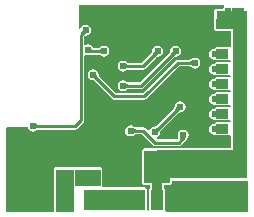
<source format=gbl>
G04 Layer_Physical_Order=2*
G04 Layer_Color=16711680*
%FSLAX25Y25*%
%MOIN*%
G70*
G01*
G75*
%ADD17C,0.07874*%
%ADD18R,0.06299X0.05512*%
%ADD19C,0.01000*%
%ADD20C,0.02000*%
%ADD31C,0.02400*%
%ADD32R,0.03937X0.03201*%
%ADD33R,0.03150X0.03150*%
%ADD34R,0.04000X0.07000*%
%ADD35R,0.08661X0.11024*%
%ADD36R,0.08600X0.05800*%
%ADD37R,0.06400X0.14200*%
%ADD38R,0.30470X0.09440*%
%ADD39R,0.03500X0.05000*%
%ADD40R,0.20000X0.07048*%
%ADD41R,0.09000X0.06000*%
%ADD42R,0.14970X0.19049*%
%ADD43R,0.04910X0.55300*%
G36*
X32676Y53670D02*
X32607Y53735D01*
X32531Y53792D01*
X32450Y53843D01*
X32363Y53888D01*
X32271Y53925D01*
X32173Y53956D01*
X32069Y53979D01*
X31959Y53996D01*
X31843Y54007D01*
X31722Y54010D01*
Y55010D01*
X31843Y55013D01*
X31959Y55024D01*
X32069Y55041D01*
X32173Y55064D01*
X32271Y55095D01*
X32363Y55132D01*
X32450Y55177D01*
X32531Y55228D01*
X32607Y55285D01*
X32676Y55350D01*
Y53670D01*
D02*
G37*
G36*
X81664Y11334D02*
Y1013D01*
X54339D01*
X54000Y1500D01*
Y8500D01*
X53810Y8959D01*
X53649Y9026D01*
Y9839D01*
X55681D01*
X56140Y10029D01*
X56331Y10488D01*
Y11431D01*
X81520D01*
X81664Y11334D01*
D02*
G37*
G36*
X10926Y30275D02*
X11002Y30218D01*
X11083Y30167D01*
X11170Y30122D01*
X11262Y30085D01*
X11360Y30054D01*
X11464Y30031D01*
X11574Y30014D01*
X11690Y30003D01*
X11811Y30000D01*
Y29000D01*
X11690Y28997D01*
X11574Y28986D01*
X11464Y28969D01*
X11360Y28946D01*
X11262Y28915D01*
X11170Y28878D01*
X11083Y28833D01*
X11002Y28782D01*
X10926Y28725D01*
X10857Y28660D01*
Y30340D01*
X10926Y30275D01*
D02*
G37*
G36*
X27488Y60300D02*
X27393Y60297D01*
X27299Y60284D01*
X27206Y60263D01*
X27113Y60233D01*
X27021Y60194D01*
X26930Y60146D01*
X26840Y60089D01*
X26750Y60024D01*
X26661Y59949D01*
X26573Y59866D01*
X25866Y60573D01*
X25949Y60661D01*
X26024Y60750D01*
X26089Y60840D01*
X26146Y60930D01*
X26194Y61021D01*
X26233Y61113D01*
X26263Y61206D01*
X26284Y61299D01*
X26297Y61393D01*
X26300Y61488D01*
X27488Y60300D01*
D02*
G37*
G36*
X73733Y69353D02*
X73614Y69274D01*
X73216Y68678D01*
X73211Y68649D01*
X71000D01*
X70541Y68459D01*
X70351Y68000D01*
Y62000D01*
X70541Y61541D01*
X71000Y61351D01*
X75961D01*
Y55963D01*
X75461Y55781D01*
X75051Y55951D01*
X71114D01*
X70655Y55760D01*
X70477Y55331D01*
X69798Y55196D01*
X69202Y54798D01*
X68804Y54202D01*
X68665Y53500D01*
X68804Y52798D01*
X69202Y52202D01*
X69798Y51804D01*
X70500Y51665D01*
X70634Y51691D01*
X70655Y51641D01*
X71114Y51451D01*
X75051D01*
X75461Y51621D01*
X75961Y51438D01*
Y50963D01*
X75461Y50781D01*
X75051Y50951D01*
X71114D01*
X70655Y50760D01*
X70477Y50331D01*
X69798Y50196D01*
X69202Y49798D01*
X68804Y49202D01*
X68665Y48500D01*
X68804Y47798D01*
X69202Y47202D01*
X69798Y46804D01*
X70500Y46665D01*
X70634Y46691D01*
X70655Y46641D01*
X71114Y46451D01*
X75051D01*
X75461Y46621D01*
X75961Y46438D01*
Y45963D01*
X75461Y45781D01*
X75051Y45951D01*
X71114D01*
X70655Y45760D01*
X70477Y45331D01*
X69798Y45196D01*
X69202Y44798D01*
X68804Y44202D01*
X68665Y43500D01*
X68804Y42798D01*
X69202Y42202D01*
X69798Y41804D01*
X70500Y41665D01*
X70634Y41691D01*
X70655Y41641D01*
X71114Y41451D01*
X75051D01*
X75461Y41620D01*
X75961Y41438D01*
Y40964D01*
X75461Y40781D01*
X75051Y40951D01*
X71114D01*
X70655Y40760D01*
X70477Y40331D01*
X69798Y40196D01*
X69202Y39798D01*
X68804Y39202D01*
X68665Y38500D01*
X68804Y37798D01*
X69202Y37202D01*
X69798Y36804D01*
X70500Y36665D01*
X70634Y36691D01*
X70655Y36641D01*
X71114Y36451D01*
X75051D01*
X75461Y36621D01*
X75961Y36438D01*
Y35963D01*
X75461Y35781D01*
X75051Y35951D01*
X71114D01*
X70655Y35760D01*
X70477Y35331D01*
X69798Y35196D01*
X69202Y34798D01*
X68804Y34202D01*
X68665Y33500D01*
X68804Y32798D01*
X69202Y32202D01*
X69798Y31804D01*
X70500Y31665D01*
X70634Y31691D01*
X70655Y31641D01*
X71114Y31451D01*
X75051D01*
X75461Y31620D01*
X75961Y31438D01*
Y30964D01*
X75461Y30781D01*
X75051Y30951D01*
X71114D01*
X70655Y30760D01*
X70477Y30331D01*
X69798Y30196D01*
X69202Y29798D01*
X68804Y29202D01*
X68665Y28500D01*
X68804Y27798D01*
X69202Y27202D01*
X69798Y26804D01*
X70500Y26665D01*
X70634Y26691D01*
X70655Y26641D01*
X71114Y26451D01*
X75051D01*
X75461Y26621D01*
X75961Y26438D01*
Y22169D01*
X51050D01*
X51030Y22161D01*
X47020D01*
X46560Y21971D01*
X46370Y21512D01*
Y10488D01*
X46560Y10029D01*
X47020Y9839D01*
X48851D01*
Y8861D01*
X48701Y8500D01*
Y1500D01*
X48655Y1434D01*
X48473D01*
X48000Y1915D01*
Y8500D01*
X47810Y8959D01*
X47350Y9149D01*
X47116D01*
X47000Y9197D01*
X33285D01*
X33149Y9400D01*
Y15200D01*
X32959Y15659D01*
X32500Y15849D01*
X17600D01*
X17141Y15659D01*
X16951Y15200D01*
Y1013D01*
X1013D01*
Y28885D01*
X1367Y29239D01*
X8217Y29237D01*
X8304Y28798D01*
X8702Y28202D01*
X9298Y27804D01*
X10000Y27665D01*
X10702Y27804D01*
X11235Y28161D01*
X11299Y28184D01*
X11346Y28228D01*
X11373Y28249D01*
X11404Y28268D01*
X11439Y28286D01*
X11481Y28303D01*
X11530Y28318D01*
X11587Y28331D01*
X11653Y28341D01*
X11727Y28348D01*
X11829Y28351D01*
X11891Y28378D01*
X24000D01*
X24000Y28378D01*
X24429Y28464D01*
X24793Y28707D01*
X26744Y30658D01*
X26987Y31022D01*
X27073Y31451D01*
X27073Y31451D01*
Y53030D01*
X27484Y53287D01*
X27573Y53282D01*
X28251Y53147D01*
X28858Y53267D01*
X28937Y53265D01*
X28989Y53284D01*
X29022Y53294D01*
X29147Y53323D01*
X29193Y53330D01*
X29579Y53360D01*
X29682Y53361D01*
X29747Y53389D01*
X31642D01*
X31704Y53361D01*
X31806Y53358D01*
X31881Y53351D01*
X31946Y53341D01*
X32003Y53328D01*
X32052Y53313D01*
X32094Y53296D01*
X32129Y53278D01*
X32160Y53259D01*
X32187Y53238D01*
X32234Y53194D01*
X32298Y53171D01*
X32831Y52814D01*
X33533Y52675D01*
X34235Y52814D01*
X34831Y53212D01*
X35229Y53808D01*
X35368Y54510D01*
X35229Y55212D01*
X34831Y55808D01*
X34235Y56206D01*
X33533Y56345D01*
X32831Y56206D01*
X32298Y55849D01*
X32234Y55826D01*
X32187Y55782D01*
X32160Y55761D01*
X32129Y55742D01*
X32094Y55724D01*
X32052Y55707D01*
X32003Y55692D01*
X31946Y55679D01*
X31881Y55669D01*
X31806Y55662D01*
X31704Y55659D01*
X31642Y55632D01*
X30253D01*
X30192Y55659D01*
X30092Y55662D01*
X30030Y55669D01*
X29985Y55678D01*
X29961Y55685D01*
X29956Y55695D01*
X29914Y55733D01*
X29549Y56280D01*
X28953Y56678D01*
X28251Y56817D01*
X27573Y56682D01*
X27484Y56677D01*
X27073Y56934D01*
Y59444D01*
X27093Y59464D01*
X27151Y59512D01*
X27205Y59552D01*
X27254Y59583D01*
X27299Y59606D01*
X27341Y59624D01*
X27378Y59636D01*
X27414Y59644D01*
X27448Y59649D01*
X27512Y59651D01*
X27574Y59679D01*
X28202Y59804D01*
X28798Y60202D01*
X29196Y60798D01*
X29335Y61500D01*
X29196Y62202D01*
X28798Y62798D01*
X28202Y63196D01*
X27500Y63335D01*
X26798Y63196D01*
X26202Y62798D01*
X25804Y62202D01*
X25779Y62074D01*
X25213Y61791D01*
X25184Y61805D01*
Y69853D01*
X73581D01*
X73733Y69353D01*
D02*
G37*
G36*
X29406Y55340D02*
X29452Y55271D01*
X29508Y55209D01*
X29574Y55157D01*
X29649Y55112D01*
X29734Y55075D01*
X29829Y55047D01*
X29933Y55026D01*
X30047Y55014D01*
X30171Y55010D01*
X29675Y54010D01*
X29551Y54009D01*
X29116Y53976D01*
X29023Y53961D01*
X28854Y53922D01*
X28778Y53899D01*
X28709Y53873D01*
X29369Y55417D01*
X29406Y55340D01*
D02*
G37*
%LPC*%
G36*
X59000Y37835D02*
X58298Y37696D01*
X57702Y37298D01*
X57304Y36702D01*
X57179Y36074D01*
X57151Y36012D01*
X57149Y35947D01*
X57144Y35914D01*
X57136Y35879D01*
X57124Y35841D01*
X57107Y35800D01*
X57083Y35754D01*
X57052Y35705D01*
X57012Y35651D01*
X56964Y35593D01*
X56894Y35519D01*
X56870Y35456D01*
X51044Y29630D01*
X50981Y29606D01*
X50907Y29536D01*
X50849Y29488D01*
X50795Y29448D01*
X50746Y29417D01*
X50700Y29394D01*
X50659Y29376D01*
X50621Y29364D01*
X50586Y29356D01*
X50552Y29351D01*
X50488Y29349D01*
X50426Y29321D01*
X49798Y29196D01*
X49202Y28798D01*
X48818Y28223D01*
X48759Y28156D01*
X48286Y28047D01*
X47540Y28793D01*
X47177Y29036D01*
X46747Y29122D01*
X46747Y29122D01*
X44391D01*
X44329Y29149D01*
X44227Y29152D01*
X44153Y29159D01*
X44087Y29169D01*
X44030Y29182D01*
X43981Y29197D01*
X43939Y29214D01*
X43904Y29232D01*
X43873Y29251D01*
X43846Y29272D01*
X43799Y29316D01*
X43735Y29340D01*
X43202Y29696D01*
X42500Y29835D01*
X41798Y29696D01*
X41202Y29298D01*
X40804Y28702D01*
X40665Y28000D01*
X40804Y27298D01*
X41202Y26702D01*
X41798Y26304D01*
X42500Y26165D01*
X43202Y26304D01*
X43735Y26660D01*
X43799Y26684D01*
X43846Y26728D01*
X43873Y26749D01*
X43904Y26768D01*
X43939Y26786D01*
X43981Y26803D01*
X44030Y26818D01*
X44087Y26831D01*
X44153Y26841D01*
X44227Y26848D01*
X44329Y26851D01*
X44391Y26878D01*
X46283D01*
X49954Y23207D01*
X49954Y23207D01*
X50318Y22964D01*
X50747Y22878D01*
X58500D01*
X58500Y22878D01*
X58929Y22964D01*
X59293Y23207D01*
X60061Y23975D01*
X60132Y24007D01*
X60724Y24638D01*
X60793Y24707D01*
X60804Y24723D01*
X61086Y25024D01*
X61105Y25073D01*
X61298Y25202D01*
X61696Y25798D01*
X61835Y26500D01*
X61696Y27202D01*
X61298Y27798D01*
X60702Y28196D01*
X60000Y28335D01*
X59298Y28196D01*
X58702Y27798D01*
X58304Y27202D01*
X58165Y26500D01*
X58304Y25798D01*
X58445Y25587D01*
X58440Y25578D01*
X58399Y25529D01*
X58329Y25454D01*
X58307Y25397D01*
X58257Y25362D01*
X58253Y25339D01*
X58035Y25122D01*
X51452D01*
X51266Y25356D01*
X51386Y25927D01*
X51798Y26202D01*
X52196Y26798D01*
X52321Y27426D01*
X52349Y27488D01*
X52351Y27553D01*
X52356Y27586D01*
X52364Y27621D01*
X52376Y27659D01*
X52394Y27700D01*
X52417Y27746D01*
X52448Y27795D01*
X52488Y27849D01*
X52536Y27907D01*
X52606Y27981D01*
X52630Y28044D01*
X58456Y33870D01*
X58519Y33894D01*
X58593Y33964D01*
X58651Y34012D01*
X58705Y34052D01*
X58754Y34083D01*
X58799Y34106D01*
X58841Y34124D01*
X58878Y34136D01*
X58914Y34144D01*
X58947Y34149D01*
X59012Y34151D01*
X59074Y34179D01*
X59702Y34304D01*
X60298Y34702D01*
X60696Y35298D01*
X60835Y36000D01*
X60696Y36702D01*
X60298Y37298D01*
X59702Y37696D01*
X59000Y37835D01*
D02*
G37*
G36*
X57500Y56335D02*
X56798Y56196D01*
X56202Y55798D01*
X55804Y55202D01*
X55679Y54574D01*
X55651Y54512D01*
X55649Y54448D01*
X55644Y54414D01*
X55636Y54378D01*
X55624Y54341D01*
X55607Y54299D01*
X55583Y54254D01*
X55552Y54205D01*
X55512Y54151D01*
X55464Y54093D01*
X55394Y54019D01*
X55370Y53956D01*
X45535Y44122D01*
X41891D01*
X41829Y44149D01*
X41727Y44152D01*
X41653Y44159D01*
X41587Y44169D01*
X41530Y44182D01*
X41481Y44197D01*
X41439Y44214D01*
X41404Y44232D01*
X41373Y44251D01*
X41346Y44272D01*
X41299Y44316D01*
X41235Y44339D01*
X40702Y44696D01*
X40000Y44835D01*
X39298Y44696D01*
X38702Y44298D01*
X38304Y43702D01*
X38165Y43000D01*
X38304Y42298D01*
X38702Y41702D01*
X39298Y41304D01*
X40000Y41165D01*
X40702Y41304D01*
X41235Y41660D01*
X41299Y41684D01*
X41346Y41728D01*
X41373Y41749D01*
X41404Y41768D01*
X41439Y41786D01*
X41481Y41803D01*
X41530Y41818D01*
X41587Y41831D01*
X41653Y41841D01*
X41727Y41848D01*
X41829Y41851D01*
X41891Y41878D01*
X46000D01*
X46000Y41878D01*
X46429Y41964D01*
X46793Y42207D01*
X56956Y52370D01*
X57019Y52394D01*
X57093Y52464D01*
X57151Y52512D01*
X57205Y52552D01*
X57254Y52583D01*
X57300Y52606D01*
X57341Y52624D01*
X57379Y52636D01*
X57414Y52644D01*
X57447Y52649D01*
X57512Y52651D01*
X57574Y52679D01*
X58202Y52804D01*
X58798Y53202D01*
X59196Y53798D01*
X59335Y54500D01*
X59196Y55202D01*
X58798Y55798D01*
X58202Y56196D01*
X57500Y56335D01*
D02*
G37*
G36*
X51500D02*
X50798Y56196D01*
X50202Y55798D01*
X49804Y55202D01*
X49679Y54574D01*
X49651Y54512D01*
X49649Y54448D01*
X49644Y54414D01*
X49636Y54378D01*
X49624Y54341D01*
X49606Y54299D01*
X49583Y54254D01*
X49552Y54205D01*
X49512Y54151D01*
X49464Y54093D01*
X49394Y54019D01*
X49370Y53956D01*
X46035Y50622D01*
X41891D01*
X41829Y50649D01*
X41727Y50652D01*
X41653Y50659D01*
X41587Y50669D01*
X41530Y50682D01*
X41481Y50697D01*
X41439Y50714D01*
X41404Y50732D01*
X41373Y50751D01*
X41346Y50772D01*
X41299Y50816D01*
X41235Y50840D01*
X40702Y51196D01*
X40000Y51335D01*
X39298Y51196D01*
X38702Y50798D01*
X38304Y50202D01*
X38165Y49500D01*
X38304Y48798D01*
X38702Y48202D01*
X39298Y47804D01*
X40000Y47665D01*
X40702Y47804D01*
X41235Y48160D01*
X41299Y48184D01*
X41346Y48228D01*
X41373Y48249D01*
X41404Y48268D01*
X41439Y48286D01*
X41481Y48303D01*
X41530Y48318D01*
X41587Y48331D01*
X41653Y48341D01*
X41727Y48348D01*
X41829Y48351D01*
X41891Y48378D01*
X46500D01*
X46500Y48378D01*
X46929Y48464D01*
X47293Y48707D01*
X50956Y52370D01*
X51019Y52394D01*
X51093Y52464D01*
X51151Y52512D01*
X51205Y52552D01*
X51254Y52583D01*
X51300Y52606D01*
X51341Y52624D01*
X51379Y52636D01*
X51414Y52644D01*
X51447Y52649D01*
X51512Y52651D01*
X51574Y52679D01*
X52202Y52804D01*
X52798Y53202D01*
X53196Y53798D01*
X53335Y54500D01*
X53196Y55202D01*
X52798Y55798D01*
X52202Y56196D01*
X51500Y56335D01*
D02*
G37*
G36*
X63906Y52440D02*
X63203Y52300D01*
X62670Y51944D01*
X62607Y51920D01*
X62559Y51876D01*
X62532Y51856D01*
X62502Y51836D01*
X62466Y51818D01*
X62425Y51802D01*
X62376Y51786D01*
X62319Y51773D01*
X62253Y51763D01*
X62178Y51757D01*
X62076Y51754D01*
X62015Y51726D01*
X58165D01*
X58165Y51726D01*
X57735Y51641D01*
X57371Y51398D01*
X46645Y40672D01*
X37605D01*
X32136Y46140D01*
X32114Y46201D01*
X32111Y46202D01*
X32109Y46206D01*
X32040Y46279D01*
X31993Y46336D01*
X31955Y46388D01*
X31926Y46436D01*
X31904Y46479D01*
X31888Y46517D01*
X31878Y46552D01*
X31872Y46584D01*
X31868Y46615D01*
X31868Y46678D01*
X31852Y46716D01*
X31855Y46730D01*
X31716Y47432D01*
X31318Y48028D01*
X30722Y48426D01*
X30020Y48565D01*
X29318Y48426D01*
X28722Y48028D01*
X28324Y47432D01*
X28185Y46730D01*
X28324Y46028D01*
X28722Y45432D01*
X29318Y45034D01*
X29853Y44928D01*
X29944Y44883D01*
X30009Y44878D01*
X30046Y44872D01*
X30084Y44862D01*
X30124Y44848D01*
X30168Y44829D01*
X30216Y44803D01*
X30267Y44770D01*
X30323Y44729D01*
X30381Y44679D01*
X30456Y44609D01*
X30519Y44585D01*
X36347Y38757D01*
X36711Y38514D01*
X37140Y38428D01*
X37140Y38428D01*
X47110D01*
X47110Y38428D01*
X47539Y38514D01*
X47903Y38757D01*
X58629Y49483D01*
X62015D01*
X62076Y49455D01*
X62178Y49452D01*
X62253Y49446D01*
X62319Y49436D01*
X62376Y49423D01*
X62425Y49407D01*
X62466Y49391D01*
X62502Y49373D01*
X62532Y49353D01*
X62559Y49333D01*
X62607Y49289D01*
X62670Y49265D01*
X63203Y48909D01*
X63906Y48769D01*
X64608Y48909D01*
X65203Y49307D01*
X65601Y49902D01*
X65741Y50604D01*
X65601Y51307D01*
X65203Y51902D01*
X64608Y52300D01*
X63906Y52440D01*
D02*
G37*
%LPD*%
G36*
X60612Y25468D02*
X59659Y24452D01*
X58802Y25009D01*
X58888Y25100D01*
X58960Y25189D01*
X59018Y25274D01*
X59063Y25356D01*
X59093Y25435D01*
X59110Y25511D01*
X59113Y25584D01*
X59102Y25653D01*
X59077Y25720D01*
X59038Y25783D01*
X60612Y25468D01*
D02*
G37*
G36*
X43426Y28775D02*
X43502Y28718D01*
X43583Y28667D01*
X43670Y28622D01*
X43762Y28585D01*
X43860Y28554D01*
X43964Y28531D01*
X44074Y28514D01*
X44190Y28503D01*
X44311Y28500D01*
Y27500D01*
X44190Y27497D01*
X44074Y27486D01*
X43964Y27469D01*
X43860Y27446D01*
X43762Y27415D01*
X43670Y27378D01*
X43583Y27333D01*
X43502Y27282D01*
X43426Y27225D01*
X43357Y27160D01*
Y28840D01*
X43426Y28775D01*
D02*
G37*
G36*
X52134Y28427D02*
X52051Y28339D01*
X51976Y28250D01*
X51911Y28160D01*
X51854Y28070D01*
X51806Y27979D01*
X51767Y27887D01*
X51737Y27794D01*
X51716Y27701D01*
X51703Y27607D01*
X51700Y27512D01*
X50512Y28700D01*
X50607Y28703D01*
X50701Y28716D01*
X50794Y28737D01*
X50887Y28767D01*
X50979Y28806D01*
X51070Y28854D01*
X51160Y28911D01*
X51250Y28976D01*
X51339Y29051D01*
X51427Y29134D01*
X52134Y28427D01*
D02*
G37*
G36*
X58988Y34800D02*
X58893Y34797D01*
X58799Y34784D01*
X58706Y34763D01*
X58613Y34733D01*
X58521Y34694D01*
X58430Y34646D01*
X58340Y34589D01*
X58250Y34524D01*
X58161Y34449D01*
X58073Y34366D01*
X57366Y35073D01*
X57449Y35161D01*
X57524Y35250D01*
X57589Y35340D01*
X57646Y35430D01*
X57694Y35521D01*
X57733Y35613D01*
X57763Y35706D01*
X57784Y35799D01*
X57797Y35893D01*
X57800Y35988D01*
X58988Y34800D01*
D02*
G37*
G36*
X57488Y53300D02*
X57393Y53297D01*
X57299Y53284D01*
X57206Y53263D01*
X57113Y53233D01*
X57021Y53194D01*
X56930Y53146D01*
X56840Y53089D01*
X56750Y53024D01*
X56661Y52949D01*
X56573Y52866D01*
X55866Y53573D01*
X55949Y53661D01*
X56024Y53750D01*
X56089Y53840D01*
X56146Y53930D01*
X56194Y54021D01*
X56233Y54113D01*
X56263Y54206D01*
X56284Y54299D01*
X56297Y54393D01*
X56300Y54488D01*
X57488Y53300D01*
D02*
G37*
G36*
X40927Y43775D02*
X41002Y43718D01*
X41083Y43667D01*
X41170Y43622D01*
X41262Y43585D01*
X41360Y43554D01*
X41464Y43531D01*
X41574Y43514D01*
X41690Y43503D01*
X41811Y43500D01*
Y42500D01*
X41690Y42497D01*
X41574Y42486D01*
X41464Y42469D01*
X41360Y42446D01*
X41262Y42415D01*
X41170Y42378D01*
X41083Y42333D01*
X41002Y42282D01*
X40927Y42225D01*
X40857Y42160D01*
Y43840D01*
X40927Y43775D01*
D02*
G37*
G36*
X51488Y53300D02*
X51393Y53297D01*
X51299Y53284D01*
X51206Y53263D01*
X51113Y53233D01*
X51021Y53194D01*
X50930Y53146D01*
X50840Y53089D01*
X50750Y53024D01*
X50661Y52949D01*
X50573Y52866D01*
X49866Y53573D01*
X49949Y53661D01*
X50024Y53750D01*
X50089Y53840D01*
X50146Y53930D01*
X50194Y54021D01*
X50233Y54113D01*
X50263Y54206D01*
X50284Y54299D01*
X50297Y54393D01*
X50300Y54488D01*
X51488Y53300D01*
D02*
G37*
G36*
X40927Y50275D02*
X41002Y50218D01*
X41083Y50167D01*
X41170Y50122D01*
X41262Y50085D01*
X41360Y50054D01*
X41464Y50031D01*
X41574Y50014D01*
X41690Y50003D01*
X41811Y50000D01*
Y49000D01*
X41690Y48997D01*
X41574Y48986D01*
X41464Y48969D01*
X41360Y48946D01*
X41262Y48915D01*
X41170Y48878D01*
X41083Y48833D01*
X41002Y48782D01*
X40927Y48725D01*
X40857Y48660D01*
Y50340D01*
X40927Y50275D01*
D02*
G37*
G36*
X63048Y49764D02*
X62979Y49829D01*
X62904Y49887D01*
X62823Y49938D01*
X62736Y49982D01*
X62643Y50020D01*
X62545Y50050D01*
X62441Y50074D01*
X62331Y50091D01*
X62216Y50101D01*
X62095Y50104D01*
Y51104D01*
X62216Y51108D01*
X62331Y51118D01*
X62441Y51135D01*
X62545Y51159D01*
X62643Y51190D01*
X62736Y51227D01*
X62823Y51271D01*
X62904Y51322D01*
X62979Y51380D01*
X63048Y51445D01*
Y49764D01*
D02*
G37*
G36*
X31219Y46581D02*
X31229Y46487D01*
X31247Y46393D01*
X31275Y46301D01*
X31313Y46209D01*
X31359Y46118D01*
X31415Y46027D01*
X31480Y45937D01*
X31554Y45848D01*
X31637Y45760D01*
X30902Y45080D01*
X30814Y45164D01*
X30726Y45239D01*
X30636Y45305D01*
X30546Y45363D01*
X30455Y45412D01*
X30364Y45453D01*
X30271Y45485D01*
X30178Y45509D01*
X30084Y45524D01*
X29990Y45530D01*
X31219Y46676D01*
X31219Y46581D01*
D02*
G37*
G54D17*
X76000Y6000D02*
D03*
Y16500D02*
D03*
G54D18*
X37000Y4594D02*
D03*
Y16406D02*
D03*
X65000D02*
D03*
Y4594D02*
D03*
G54D19*
X10000Y29500D02*
X24000D01*
X46000Y43000D02*
X57500Y54500D01*
X40000Y43000D02*
X46000D01*
X46500Y49500D02*
X51500Y54500D01*
X40000Y49500D02*
X46500D01*
X58500Y24000D02*
X60000Y25500D01*
X50747Y24000D02*
X58500D01*
X46747Y28000D02*
X50747Y24000D01*
X60000Y25500D02*
Y26500D01*
X50500Y27500D02*
X59000Y36000D01*
X42500Y28000D02*
X46747D01*
X58165Y50604D02*
X63906D01*
X47110Y39550D02*
X58165Y50604D01*
X37140Y39550D02*
X47110D01*
X30020Y46670D02*
X37140Y39550D01*
X30020Y46670D02*
Y46730D01*
X25951Y31451D02*
Y59951D01*
X27500Y61500D01*
X28251Y54982D02*
X28723Y54510D01*
X33533D01*
X24000Y29500D02*
X25951Y31451D01*
G54D20*
X22350Y4500D02*
X22500Y4650D01*
X51350Y16000D02*
Y17650D01*
G54D31*
X74595Y57273D02*
D03*
X74912Y67976D02*
D03*
X79489Y68041D02*
D03*
X77201Y67976D02*
D03*
X7900Y7200D02*
D03*
X11000D02*
D03*
X7900Y3800D02*
D03*
X11000D02*
D03*
X25000Y11000D02*
D03*
Y14000D02*
D03*
X28000Y11000D02*
D03*
Y14000D02*
D03*
X31000Y11000D02*
D03*
Y14000D02*
D03*
X71000Y3400D02*
D03*
X55000Y17500D02*
D03*
X58000D02*
D03*
X61000D02*
D03*
X10000Y29500D02*
D03*
X27500Y61500D02*
D03*
X57500Y54500D02*
D03*
X40000Y43000D02*
D03*
Y49500D02*
D03*
X51500Y54500D02*
D03*
X60000Y26500D02*
D03*
X59000Y36000D02*
D03*
X50500Y27500D02*
D03*
X42500Y28000D02*
D03*
X70500Y28500D02*
D03*
Y33500D02*
D03*
Y38500D02*
D03*
Y43500D02*
D03*
Y48500D02*
D03*
Y53500D02*
D03*
X60480Y10090D02*
D03*
X60500Y2500D02*
D03*
Y5000D02*
D03*
Y7500D02*
D03*
X63906Y50604D02*
D03*
X30020Y46730D02*
D03*
X30148Y40189D02*
D03*
X33533Y54510D02*
D03*
X28251Y54982D02*
D03*
G54D32*
X73083Y28701D02*
D03*
Y33701D02*
D03*
Y38701D02*
D03*
Y43701D02*
D03*
Y48701D02*
D03*
Y53701D02*
D03*
Y58701D02*
D03*
Y63701D02*
D03*
G54D33*
X20150Y12000D02*
D03*
X13850D02*
D03*
X22350Y4500D02*
D03*
X28650D02*
D03*
G54D34*
X57350Y5000D02*
D03*
X51350D02*
D03*
X45350D02*
D03*
G54D35*
X51350Y16000D02*
D03*
G54D36*
X28200Y12300D02*
D03*
G54D37*
X20800Y8100D02*
D03*
G54D38*
X66285Y16800D02*
D03*
G54D39*
X51250Y8500D02*
D03*
G54D40*
X37000Y5024D02*
D03*
G54D41*
X75500Y65000D02*
D03*
G54D42*
X8515Y10665D02*
D03*
G54D43*
X79065Y40370D02*
D03*
M02*

</source>
